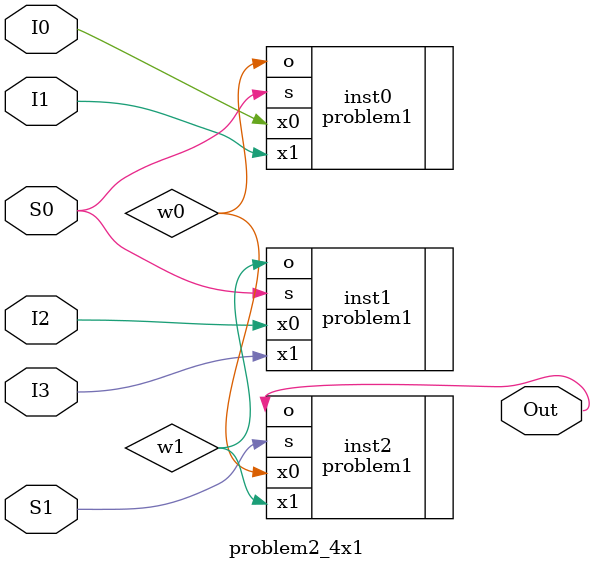
<source format=sv>
module problem2_4x1(
	input logic I0,I1,I2,I3,
	input logic S0, S1,
	output logic Out
);
logic w0,w1;
problem1 inst0 (.s(S0), .x0(I0), .x1(I1), .o(w0));
problem1 inst1 (.s(S0), .x0(I2), .x1(I3), .o(w1));
problem1 inst2 (.s(S1), .x0(w0), .x1(w1), .o(Out));
endmodule 

</source>
